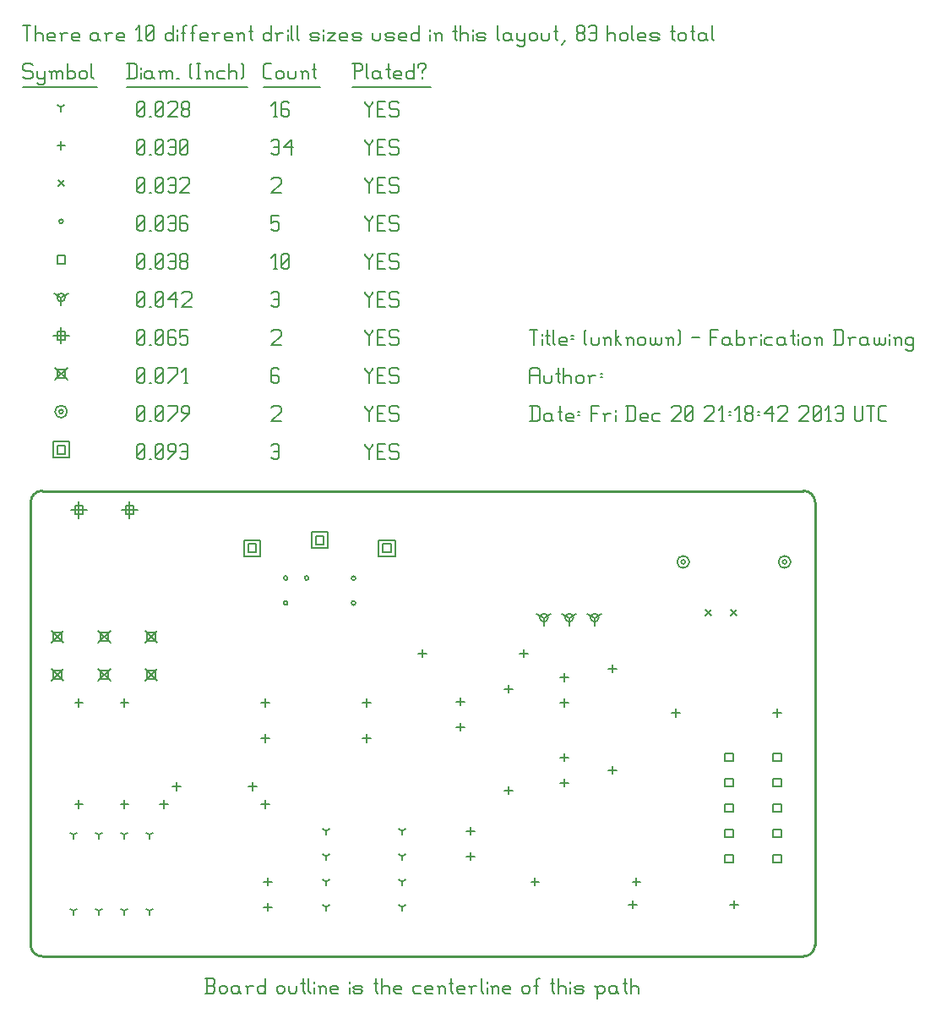
<source format=gbr>
G04 start of page 9 for group -3984 idx -3984 *
G04 Title: (unknown), fab *
G04 Creator: pcb 20110918 *
G04 CreationDate: Fri Dec 20 21:18:42 2013 UTC *
G04 For: fosse *
G04 Format: Gerber/RS-274X *
G04 PCB-Dimensions: 316500 193500 *
G04 PCB-Coordinate-Origin: lower left *
%MOIN*%
%FSLAX25Y25*%
%LNFAB*%
%ADD174C,0.0100*%
%ADD173C,0.0060*%
%ADD172C,0.0080*%
G54D172*X115400Y170683D02*X118600D01*
X115400D02*Y167483D01*
X118600D01*
Y170683D02*Y167483D01*
X113800Y172283D02*X120200D01*
X113800D02*Y165883D01*
X120200D01*
Y172283D02*Y165883D01*
X88825Y167533D02*X92025D01*
X88825D02*Y164333D01*
X92025D01*
Y167533D02*Y164333D01*
X87225Y169133D02*X93625D01*
X87225D02*Y162733D01*
X93625D01*
Y169133D02*Y162733D01*
X141975Y167533D02*X145175D01*
X141975D02*Y164333D01*
X145175D01*
Y167533D02*Y164333D01*
X140375Y169133D02*X146775D01*
X140375D02*Y162733D01*
X146775D01*
Y169133D02*Y162733D01*
X13400Y206350D02*X16600D01*
X13400D02*Y203150D01*
X16600D01*
Y206350D02*Y203150D01*
X11800Y207950D02*X18200D01*
X11800D02*Y201550D01*
X18200D01*
Y207950D02*Y201550D01*
G54D173*X135000Y207000D02*Y206250D01*
X136500Y204750D01*
X138000Y206250D01*
Y207000D02*Y206250D01*
X136500Y204750D02*Y201000D01*
X139800Y204000D02*X142050D01*
X139800Y201000D02*X142800D01*
X139800Y207000D02*Y201000D01*
Y207000D02*X142800D01*
X147600D02*X148350Y206250D01*
X145350Y207000D02*X147600D01*
X144600Y206250D02*X145350Y207000D01*
X144600Y206250D02*Y204750D01*
X145350Y204000D01*
X147600D01*
X148350Y203250D01*
Y201750D01*
X147600Y201000D02*X148350Y201750D01*
X145350Y201000D02*X147600D01*
X144600Y201750D02*X145350Y201000D01*
X98000Y206250D02*X98750Y207000D01*
X100250D01*
X101000Y206250D01*
Y201750D01*
X100250Y201000D02*X101000Y201750D01*
X98750Y201000D02*X100250D01*
X98000Y201750D02*X98750Y201000D01*
Y204000D02*X101000D01*
X45000Y201750D02*X45750Y201000D01*
X45000Y206250D02*Y201750D01*
Y206250D02*X45750Y207000D01*
X47250D01*
X48000Y206250D01*
Y201750D01*
X47250Y201000D02*X48000Y201750D01*
X45750Y201000D02*X47250D01*
X45000Y202500D02*X48000Y205500D01*
X49800Y201000D02*X50550D01*
X52350Y201750D02*X53100Y201000D01*
X52350Y206250D02*Y201750D01*
Y206250D02*X53100Y207000D01*
X54600D01*
X55350Y206250D01*
Y201750D01*
X54600Y201000D02*X55350Y201750D01*
X53100Y201000D02*X54600D01*
X52350Y202500D02*X55350Y205500D01*
X57150Y201000D02*X60150Y204000D01*
Y206250D02*Y204000D01*
X59400Y207000D02*X60150Y206250D01*
X57900Y207000D02*X59400D01*
X57150Y206250D02*X57900Y207000D01*
X57150Y206250D02*Y204750D01*
X57900Y204000D01*
X60150D01*
X61950Y206250D02*X62700Y207000D01*
X64200D01*
X64950Y206250D01*
Y201750D01*
X64200Y201000D02*X64950Y201750D01*
X62700Y201000D02*X64200D01*
X61950Y201750D02*X62700Y201000D01*
Y204000D02*X64950D01*
X259700Y160500D02*G75*G03X261300Y160500I800J0D01*G01*
G75*G03X259700Y160500I-800J0D01*G01*
X258100D02*G75*G03X262900Y160500I2400J0D01*G01*
G75*G03X258100Y160500I-2400J0D01*G01*
X299700D02*G75*G03X301300Y160500I800J0D01*G01*
G75*G03X299700Y160500I-800J0D01*G01*
X298100D02*G75*G03X302900Y160500I2400J0D01*G01*
G75*G03X298100Y160500I-2400J0D01*G01*
X14200Y219750D02*G75*G03X15800Y219750I800J0D01*G01*
G75*G03X14200Y219750I-800J0D01*G01*
X12600D02*G75*G03X17400Y219750I2400J0D01*G01*
G75*G03X12600Y219750I-2400J0D01*G01*
X135000Y222000D02*Y221250D01*
X136500Y219750D01*
X138000Y221250D01*
Y222000D02*Y221250D01*
X136500Y219750D02*Y216000D01*
X139800Y219000D02*X142050D01*
X139800Y216000D02*X142800D01*
X139800Y222000D02*Y216000D01*
Y222000D02*X142800D01*
X147600D02*X148350Y221250D01*
X145350Y222000D02*X147600D01*
X144600Y221250D02*X145350Y222000D01*
X144600Y221250D02*Y219750D01*
X145350Y219000D01*
X147600D01*
X148350Y218250D01*
Y216750D01*
X147600Y216000D02*X148350Y216750D01*
X145350Y216000D02*X147600D01*
X144600Y216750D02*X145350Y216000D01*
X98000Y221250D02*X98750Y222000D01*
X101000D01*
X101750Y221250D01*
Y219750D01*
X98000Y216000D02*X101750Y219750D01*
X98000Y216000D02*X101750D01*
X45000Y216750D02*X45750Y216000D01*
X45000Y221250D02*Y216750D01*
Y221250D02*X45750Y222000D01*
X47250D01*
X48000Y221250D01*
Y216750D01*
X47250Y216000D02*X48000Y216750D01*
X45750Y216000D02*X47250D01*
X45000Y217500D02*X48000Y220500D01*
X49800Y216000D02*X50550D01*
X52350Y216750D02*X53100Y216000D01*
X52350Y221250D02*Y216750D01*
Y221250D02*X53100Y222000D01*
X54600D01*
X55350Y221250D01*
Y216750D01*
X54600Y216000D02*X55350Y216750D01*
X53100Y216000D02*X54600D01*
X52350Y217500D02*X55350Y220500D01*
X57150Y216000D02*X60900Y219750D01*
Y222000D02*Y219750D01*
X57150Y222000D02*X60900D01*
X62700Y216000D02*X65700Y219000D01*
Y221250D02*Y219000D01*
X64950Y222000D02*X65700Y221250D01*
X63450Y222000D02*X64950D01*
X62700Y221250D02*X63450Y222000D01*
X62700Y221250D02*Y219750D01*
X63450Y219000D01*
X65700D01*
X29600Y133400D02*X34400Y128600D01*
X29600D02*X34400Y133400D01*
X30400Y132600D02*X33600D01*
X30400D02*Y129400D01*
X33600D01*
Y132600D02*Y129400D01*
X11100Y133400D02*X15900Y128600D01*
X11100D02*X15900Y133400D01*
X11900Y132600D02*X15100D01*
X11900D02*Y129400D01*
X15100D01*
Y132600D02*Y129400D01*
X48100Y133400D02*X52900Y128600D01*
X48100D02*X52900Y133400D01*
X48900Y132600D02*X52100D01*
X48900D02*Y129400D01*
X52100D01*
Y132600D02*Y129400D01*
X11100Y118400D02*X15900Y113600D01*
X11100D02*X15900Y118400D01*
X11900Y117600D02*X15100D01*
X11900D02*Y114400D01*
X15100D01*
Y117600D02*Y114400D01*
X29600Y118400D02*X34400Y113600D01*
X29600D02*X34400Y118400D01*
X30400Y117600D02*X33600D01*
X30400D02*Y114400D01*
X33600D01*
Y117600D02*Y114400D01*
X48100Y118400D02*X52900Y113600D01*
X48100D02*X52900Y118400D01*
X48900Y117600D02*X52100D01*
X48900D02*Y114400D01*
X52100D01*
Y117600D02*Y114400D01*
X12600Y237150D02*X17400Y232350D01*
X12600D02*X17400Y237150D01*
X13400Y236350D02*X16600D01*
X13400D02*Y233150D01*
X16600D01*
Y236350D02*Y233150D01*
X135000Y237000D02*Y236250D01*
X136500Y234750D01*
X138000Y236250D01*
Y237000D02*Y236250D01*
X136500Y234750D02*Y231000D01*
X139800Y234000D02*X142050D01*
X139800Y231000D02*X142800D01*
X139800Y237000D02*Y231000D01*
Y237000D02*X142800D01*
X147600D02*X148350Y236250D01*
X145350Y237000D02*X147600D01*
X144600Y236250D02*X145350Y237000D01*
X144600Y236250D02*Y234750D01*
X145350Y234000D01*
X147600D01*
X148350Y233250D01*
Y231750D01*
X147600Y231000D02*X148350Y231750D01*
X145350Y231000D02*X147600D01*
X144600Y231750D02*X145350Y231000D01*
X100250Y237000D02*X101000Y236250D01*
X98750Y237000D02*X100250D01*
X98000Y236250D02*X98750Y237000D01*
X98000Y236250D02*Y231750D01*
X98750Y231000D01*
X100250Y234000D02*X101000Y233250D01*
X98000Y234000D02*X100250D01*
X98750Y231000D02*X100250D01*
X101000Y231750D01*
Y233250D02*Y231750D01*
X45000D02*X45750Y231000D01*
X45000Y236250D02*Y231750D01*
Y236250D02*X45750Y237000D01*
X47250D01*
X48000Y236250D01*
Y231750D01*
X47250Y231000D02*X48000Y231750D01*
X45750Y231000D02*X47250D01*
X45000Y232500D02*X48000Y235500D01*
X49800Y231000D02*X50550D01*
X52350Y231750D02*X53100Y231000D01*
X52350Y236250D02*Y231750D01*
Y236250D02*X53100Y237000D01*
X54600D01*
X55350Y236250D01*
Y231750D01*
X54600Y231000D02*X55350Y231750D01*
X53100Y231000D02*X54600D01*
X52350Y232500D02*X55350Y235500D01*
X57150Y231000D02*X60900Y234750D01*
Y237000D02*Y234750D01*
X57150Y237000D02*X60900D01*
X63450Y231000D02*X64950D01*
X64200Y237000D02*Y231000D01*
X62700Y235500D02*X64200Y237000D01*
X22000Y184200D02*Y177800D01*
X18800Y181000D02*X25200D01*
X20400Y182600D02*X23600D01*
X20400D02*Y179400D01*
X23600D01*
Y182600D02*Y179400D01*
X42000Y184200D02*Y177800D01*
X38800Y181000D02*X45200D01*
X40400Y182600D02*X43600D01*
X40400D02*Y179400D01*
X43600D01*
Y182600D02*Y179400D01*
X15000Y252950D02*Y246550D01*
X11800Y249750D02*X18200D01*
X13400Y251350D02*X16600D01*
X13400D02*Y248150D01*
X16600D01*
Y251350D02*Y248150D01*
X135000Y252000D02*Y251250D01*
X136500Y249750D01*
X138000Y251250D01*
Y252000D02*Y251250D01*
X136500Y249750D02*Y246000D01*
X139800Y249000D02*X142050D01*
X139800Y246000D02*X142800D01*
X139800Y252000D02*Y246000D01*
Y252000D02*X142800D01*
X147600D02*X148350Y251250D01*
X145350Y252000D02*X147600D01*
X144600Y251250D02*X145350Y252000D01*
X144600Y251250D02*Y249750D01*
X145350Y249000D01*
X147600D01*
X148350Y248250D01*
Y246750D01*
X147600Y246000D02*X148350Y246750D01*
X145350Y246000D02*X147600D01*
X144600Y246750D02*X145350Y246000D01*
X98000Y251250D02*X98750Y252000D01*
X101000D01*
X101750Y251250D01*
Y249750D01*
X98000Y246000D02*X101750Y249750D01*
X98000Y246000D02*X101750D01*
X45000Y246750D02*X45750Y246000D01*
X45000Y251250D02*Y246750D01*
Y251250D02*X45750Y252000D01*
X47250D01*
X48000Y251250D01*
Y246750D01*
X47250Y246000D02*X48000Y246750D01*
X45750Y246000D02*X47250D01*
X45000Y247500D02*X48000Y250500D01*
X49800Y246000D02*X50550D01*
X52350Y246750D02*X53100Y246000D01*
X52350Y251250D02*Y246750D01*
Y251250D02*X53100Y252000D01*
X54600D01*
X55350Y251250D01*
Y246750D01*
X54600Y246000D02*X55350Y246750D01*
X53100Y246000D02*X54600D01*
X52350Y247500D02*X55350Y250500D01*
X59400Y252000D02*X60150Y251250D01*
X57900Y252000D02*X59400D01*
X57150Y251250D02*X57900Y252000D01*
X57150Y251250D02*Y246750D01*
X57900Y246000D01*
X59400Y249000D02*X60150Y248250D01*
X57150Y249000D02*X59400D01*
X57900Y246000D02*X59400D01*
X60150Y246750D01*
Y248250D02*Y246750D01*
X61950Y252000D02*X64950D01*
X61950D02*Y249000D01*
X62700Y249750D01*
X64200D01*
X64950Y249000D01*
Y246750D01*
X64200Y246000D02*X64950Y246750D01*
X62700Y246000D02*X64200D01*
X61950Y246750D02*X62700Y246000D01*
X205500Y138500D02*Y135300D01*
Y138500D02*X208273Y140100D01*
X205500Y138500D02*X202727Y140100D01*
X203900Y138500D02*G75*G03X207100Y138500I1600J0D01*G01*
G75*G03X203900Y138500I-1600J0D01*G01*
X215500D02*Y135300D01*
Y138500D02*X218273Y140100D01*
X215500Y138500D02*X212727Y140100D01*
X213900Y138500D02*G75*G03X217100Y138500I1600J0D01*G01*
G75*G03X213900Y138500I-1600J0D01*G01*
X225500D02*Y135300D01*
Y138500D02*X228273Y140100D01*
X225500Y138500D02*X222727Y140100D01*
X223900Y138500D02*G75*G03X227100Y138500I1600J0D01*G01*
G75*G03X223900Y138500I-1600J0D01*G01*
X15000Y264750D02*Y261550D01*
Y264750D02*X17773Y266350D01*
X15000Y264750D02*X12227Y266350D01*
X13400Y264750D02*G75*G03X16600Y264750I1600J0D01*G01*
G75*G03X13400Y264750I-1600J0D01*G01*
X135000Y267000D02*Y266250D01*
X136500Y264750D01*
X138000Y266250D01*
Y267000D02*Y266250D01*
X136500Y264750D02*Y261000D01*
X139800Y264000D02*X142050D01*
X139800Y261000D02*X142800D01*
X139800Y267000D02*Y261000D01*
Y267000D02*X142800D01*
X147600D02*X148350Y266250D01*
X145350Y267000D02*X147600D01*
X144600Y266250D02*X145350Y267000D01*
X144600Y266250D02*Y264750D01*
X145350Y264000D01*
X147600D01*
X148350Y263250D01*
Y261750D01*
X147600Y261000D02*X148350Y261750D01*
X145350Y261000D02*X147600D01*
X144600Y261750D02*X145350Y261000D01*
X98000Y266250D02*X98750Y267000D01*
X100250D01*
X101000Y266250D01*
Y261750D01*
X100250Y261000D02*X101000Y261750D01*
X98750Y261000D02*X100250D01*
X98000Y261750D02*X98750Y261000D01*
Y264000D02*X101000D01*
X45000Y261750D02*X45750Y261000D01*
X45000Y266250D02*Y261750D01*
Y266250D02*X45750Y267000D01*
X47250D01*
X48000Y266250D01*
Y261750D01*
X47250Y261000D02*X48000Y261750D01*
X45750Y261000D02*X47250D01*
X45000Y262500D02*X48000Y265500D01*
X49800Y261000D02*X50550D01*
X52350Y261750D02*X53100Y261000D01*
X52350Y266250D02*Y261750D01*
Y266250D02*X53100Y267000D01*
X54600D01*
X55350Y266250D01*
Y261750D01*
X54600Y261000D02*X55350Y261750D01*
X53100Y261000D02*X54600D01*
X52350Y262500D02*X55350Y265500D01*
X57150Y264000D02*X60150Y267000D01*
X57150Y264000D02*X60900D01*
X60150Y267000D02*Y261000D01*
X62700Y266250D02*X63450Y267000D01*
X65700D01*
X66450Y266250D01*
Y264750D01*
X62700Y261000D02*X66450Y264750D01*
X62700Y261000D02*X66450D01*
X295900Y85100D02*X299100D01*
X295900D02*Y81900D01*
X299100D01*
Y85100D02*Y81900D01*
X295900Y75100D02*X299100D01*
X295900D02*Y71900D01*
X299100D01*
Y75100D02*Y71900D01*
X295900Y65100D02*X299100D01*
X295900D02*Y61900D01*
X299100D01*
Y65100D02*Y61900D01*
X295900Y55100D02*X299100D01*
X295900D02*Y51900D01*
X299100D01*
Y55100D02*Y51900D01*
X295900Y45100D02*X299100D01*
X295900D02*Y41900D01*
X299100D01*
Y45100D02*Y41900D01*
X276900Y85100D02*X280100D01*
X276900D02*Y81900D01*
X280100D01*
Y85100D02*Y81900D01*
X276900Y75100D02*X280100D01*
X276900D02*Y71900D01*
X280100D01*
Y75100D02*Y71900D01*
X276900Y65100D02*X280100D01*
X276900D02*Y61900D01*
X280100D01*
Y65100D02*Y61900D01*
X276900Y55100D02*X280100D01*
X276900D02*Y51900D01*
X280100D01*
Y55100D02*Y51900D01*
X276900Y45100D02*X280100D01*
X276900D02*Y41900D01*
X280100D01*
Y45100D02*Y41900D01*
X13400Y281350D02*X16600D01*
X13400D02*Y278150D01*
X16600D01*
Y281350D02*Y278150D01*
X135000Y282000D02*Y281250D01*
X136500Y279750D01*
X138000Y281250D01*
Y282000D02*Y281250D01*
X136500Y279750D02*Y276000D01*
X139800Y279000D02*X142050D01*
X139800Y276000D02*X142800D01*
X139800Y282000D02*Y276000D01*
Y282000D02*X142800D01*
X147600D02*X148350Y281250D01*
X145350Y282000D02*X147600D01*
X144600Y281250D02*X145350Y282000D01*
X144600Y281250D02*Y279750D01*
X145350Y279000D01*
X147600D01*
X148350Y278250D01*
Y276750D01*
X147600Y276000D02*X148350Y276750D01*
X145350Y276000D02*X147600D01*
X144600Y276750D02*X145350Y276000D01*
X98750D02*X100250D01*
X99500Y282000D02*Y276000D01*
X98000Y280500D02*X99500Y282000D01*
X102050Y276750D02*X102800Y276000D01*
X102050Y281250D02*Y276750D01*
Y281250D02*X102800Y282000D01*
X104300D01*
X105050Y281250D01*
Y276750D01*
X104300Y276000D02*X105050Y276750D01*
X102800Y276000D02*X104300D01*
X102050Y277500D02*X105050Y280500D01*
X45000Y276750D02*X45750Y276000D01*
X45000Y281250D02*Y276750D01*
Y281250D02*X45750Y282000D01*
X47250D01*
X48000Y281250D01*
Y276750D01*
X47250Y276000D02*X48000Y276750D01*
X45750Y276000D02*X47250D01*
X45000Y277500D02*X48000Y280500D01*
X49800Y276000D02*X50550D01*
X52350Y276750D02*X53100Y276000D01*
X52350Y281250D02*Y276750D01*
Y281250D02*X53100Y282000D01*
X54600D01*
X55350Y281250D01*
Y276750D01*
X54600Y276000D02*X55350Y276750D01*
X53100Y276000D02*X54600D01*
X52350Y277500D02*X55350Y280500D01*
X57150Y281250D02*X57900Y282000D01*
X59400D01*
X60150Y281250D01*
Y276750D01*
X59400Y276000D02*X60150Y276750D01*
X57900Y276000D02*X59400D01*
X57150Y276750D02*X57900Y276000D01*
Y279000D02*X60150D01*
X61950Y276750D02*X62700Y276000D01*
X61950Y278250D02*Y276750D01*
Y278250D02*X62700Y279000D01*
X64200D01*
X64950Y278250D01*
Y276750D01*
X64200Y276000D02*X64950Y276750D01*
X62700Y276000D02*X64200D01*
X61950Y279750D02*X62700Y279000D01*
X61950Y281250D02*Y279750D01*
Y281250D02*X62700Y282000D01*
X64200D01*
X64950Y281250D01*
Y279750D01*
X64200Y279000D02*X64950Y279750D01*
X102814Y144280D02*G75*G03X104414Y144280I800J0D01*G01*
G75*G03X102814Y144280I-800J0D01*G01*
X111082Y154122D02*G75*G03X112682Y154122I800J0D01*G01*
G75*G03X111082Y154122I-800J0D01*G01*
X102814D02*G75*G03X104414Y154122I800J0D01*G01*
G75*G03X102814Y154122I-800J0D01*G01*
X129586D02*G75*G03X131186Y154122I800J0D01*G01*
G75*G03X129586Y154122I-800J0D01*G01*
Y144280D02*G75*G03X131186Y144280I800J0D01*G01*
G75*G03X129586Y144280I-800J0D01*G01*
X14200Y294750D02*G75*G03X15800Y294750I800J0D01*G01*
G75*G03X14200Y294750I-800J0D01*G01*
X135000Y297000D02*Y296250D01*
X136500Y294750D01*
X138000Y296250D01*
Y297000D02*Y296250D01*
X136500Y294750D02*Y291000D01*
X139800Y294000D02*X142050D01*
X139800Y291000D02*X142800D01*
X139800Y297000D02*Y291000D01*
Y297000D02*X142800D01*
X147600D02*X148350Y296250D01*
X145350Y297000D02*X147600D01*
X144600Y296250D02*X145350Y297000D01*
X144600Y296250D02*Y294750D01*
X145350Y294000D01*
X147600D01*
X148350Y293250D01*
Y291750D01*
X147600Y291000D02*X148350Y291750D01*
X145350Y291000D02*X147600D01*
X144600Y291750D02*X145350Y291000D01*
X98000Y297000D02*X101000D01*
X98000D02*Y294000D01*
X98750Y294750D01*
X100250D01*
X101000Y294000D01*
Y291750D01*
X100250Y291000D02*X101000Y291750D01*
X98750Y291000D02*X100250D01*
X98000Y291750D02*X98750Y291000D01*
X45000Y291750D02*X45750Y291000D01*
X45000Y296250D02*Y291750D01*
Y296250D02*X45750Y297000D01*
X47250D01*
X48000Y296250D01*
Y291750D01*
X47250Y291000D02*X48000Y291750D01*
X45750Y291000D02*X47250D01*
X45000Y292500D02*X48000Y295500D01*
X49800Y291000D02*X50550D01*
X52350Y291750D02*X53100Y291000D01*
X52350Y296250D02*Y291750D01*
Y296250D02*X53100Y297000D01*
X54600D01*
X55350Y296250D01*
Y291750D01*
X54600Y291000D02*X55350Y291750D01*
X53100Y291000D02*X54600D01*
X52350Y292500D02*X55350Y295500D01*
X57150Y296250D02*X57900Y297000D01*
X59400D01*
X60150Y296250D01*
Y291750D01*
X59400Y291000D02*X60150Y291750D01*
X57900Y291000D02*X59400D01*
X57150Y291750D02*X57900Y291000D01*
Y294000D02*X60150D01*
X64200Y297000D02*X64950Y296250D01*
X62700Y297000D02*X64200D01*
X61950Y296250D02*X62700Y297000D01*
X61950Y296250D02*Y291750D01*
X62700Y291000D01*
X64200Y294000D02*X64950Y293250D01*
X61950Y294000D02*X64200D01*
X62700Y291000D02*X64200D01*
X64950Y291750D01*
Y293250D02*Y291750D01*
X269300Y141700D02*X271700Y139300D01*
X269300D02*X271700Y141700D01*
X279300D02*X281700Y139300D01*
X279300D02*X281700Y141700D01*
X13800Y310950D02*X16200Y308550D01*
X13800D02*X16200Y310950D01*
X135000Y312000D02*Y311250D01*
X136500Y309750D01*
X138000Y311250D01*
Y312000D02*Y311250D01*
X136500Y309750D02*Y306000D01*
X139800Y309000D02*X142050D01*
X139800Y306000D02*X142800D01*
X139800Y312000D02*Y306000D01*
Y312000D02*X142800D01*
X147600D02*X148350Y311250D01*
X145350Y312000D02*X147600D01*
X144600Y311250D02*X145350Y312000D01*
X144600Y311250D02*Y309750D01*
X145350Y309000D01*
X147600D01*
X148350Y308250D01*
Y306750D01*
X147600Y306000D02*X148350Y306750D01*
X145350Y306000D02*X147600D01*
X144600Y306750D02*X145350Y306000D01*
X98000Y311250D02*X98750Y312000D01*
X101000D01*
X101750Y311250D01*
Y309750D01*
X98000Y306000D02*X101750Y309750D01*
X98000Y306000D02*X101750D01*
X45000Y306750D02*X45750Y306000D01*
X45000Y311250D02*Y306750D01*
Y311250D02*X45750Y312000D01*
X47250D01*
X48000Y311250D01*
Y306750D01*
X47250Y306000D02*X48000Y306750D01*
X45750Y306000D02*X47250D01*
X45000Y307500D02*X48000Y310500D01*
X49800Y306000D02*X50550D01*
X52350Y306750D02*X53100Y306000D01*
X52350Y311250D02*Y306750D01*
Y311250D02*X53100Y312000D01*
X54600D01*
X55350Y311250D01*
Y306750D01*
X54600Y306000D02*X55350Y306750D01*
X53100Y306000D02*X54600D01*
X52350Y307500D02*X55350Y310500D01*
X57150Y311250D02*X57900Y312000D01*
X59400D01*
X60150Y311250D01*
Y306750D01*
X59400Y306000D02*X60150Y306750D01*
X57900Y306000D02*X59400D01*
X57150Y306750D02*X57900Y306000D01*
Y309000D02*X60150D01*
X61950Y311250D02*X62700Y312000D01*
X64950D01*
X65700Y311250D01*
Y309750D01*
X61950Y306000D02*X65700Y309750D01*
X61950Y306000D02*X65700D01*
X191500Y72100D02*Y68900D01*
X189900Y70500D02*X193100D01*
X191500Y112100D02*Y108900D01*
X189900Y110500D02*X193100D01*
X172500Y97100D02*Y93900D01*
X170900Y95500D02*X174100D01*
X172500Y107100D02*Y103900D01*
X170900Y105500D02*X174100D01*
X96500Y26100D02*Y22900D01*
X94900Y24500D02*X98100D01*
X96500Y36100D02*Y32900D01*
X94900Y34500D02*X98100D01*
X40000Y106600D02*Y103400D01*
X38400Y105000D02*X41600D01*
X40000Y66600D02*Y63400D01*
X38400Y65000D02*X41600D01*
X176500Y46100D02*Y42900D01*
X174900Y44500D02*X178100D01*
X176500Y56100D02*Y52900D01*
X174900Y54500D02*X178100D01*
X157500Y126100D02*Y122900D01*
X155900Y124500D02*X159100D01*
X197500Y126100D02*Y122900D01*
X195900Y124500D02*X199100D01*
X60500Y73600D02*Y70400D01*
X58900Y72000D02*X62100D01*
X90500Y73600D02*Y70400D01*
X88900Y72000D02*X92100D01*
X213500Y106600D02*Y103400D01*
X211900Y105000D02*X215100D01*
X213500Y116600D02*Y113400D01*
X211900Y115000D02*X215100D01*
X232500Y80100D02*Y76900D01*
X230900Y78500D02*X234100D01*
X232500Y120100D02*Y116900D01*
X230900Y118500D02*X234100D01*
X213500Y75100D02*Y71900D01*
X211900Y73500D02*X215100D01*
X213500Y85100D02*Y81900D01*
X211900Y83500D02*X215100D01*
X22000Y106600D02*Y103400D01*
X20400Y105000D02*X23600D01*
X22000Y66600D02*Y63400D01*
X20400Y65000D02*X23600D01*
X202000Y36100D02*Y32900D01*
X200400Y34500D02*X203600D01*
X242000Y36100D02*Y32900D01*
X240400Y34500D02*X243600D01*
X135500Y106600D02*Y103400D01*
X133900Y105000D02*X137100D01*
X95500Y106600D02*Y103400D01*
X93900Y105000D02*X97100D01*
X135500Y92600D02*Y89400D01*
X133900Y91000D02*X137100D01*
X95500Y92600D02*Y89400D01*
X93900Y91000D02*X97100D01*
X55500Y66600D02*Y63400D01*
X53900Y65000D02*X57100D01*
X95500Y66600D02*Y63400D01*
X93900Y65000D02*X97100D01*
X257500Y102600D02*Y99400D01*
X255900Y101000D02*X259100D01*
X297500Y102600D02*Y99400D01*
X295900Y101000D02*X299100D01*
X240500Y27100D02*Y23900D01*
X238900Y25500D02*X242100D01*
X280500Y27100D02*Y23900D01*
X278900Y25500D02*X282100D01*
X15000Y326350D02*Y323150D01*
X13400Y324750D02*X16600D01*
X135000Y327000D02*Y326250D01*
X136500Y324750D01*
X138000Y326250D01*
Y327000D02*Y326250D01*
X136500Y324750D02*Y321000D01*
X139800Y324000D02*X142050D01*
X139800Y321000D02*X142800D01*
X139800Y327000D02*Y321000D01*
Y327000D02*X142800D01*
X147600D02*X148350Y326250D01*
X145350Y327000D02*X147600D01*
X144600Y326250D02*X145350Y327000D01*
X144600Y326250D02*Y324750D01*
X145350Y324000D01*
X147600D01*
X148350Y323250D01*
Y321750D01*
X147600Y321000D02*X148350Y321750D01*
X145350Y321000D02*X147600D01*
X144600Y321750D02*X145350Y321000D01*
X98000Y326250D02*X98750Y327000D01*
X100250D01*
X101000Y326250D01*
Y321750D01*
X100250Y321000D02*X101000Y321750D01*
X98750Y321000D02*X100250D01*
X98000Y321750D02*X98750Y321000D01*
Y324000D02*X101000D01*
X102800D02*X105800Y327000D01*
X102800Y324000D02*X106550D01*
X105800Y327000D02*Y321000D01*
X45000Y321750D02*X45750Y321000D01*
X45000Y326250D02*Y321750D01*
Y326250D02*X45750Y327000D01*
X47250D01*
X48000Y326250D01*
Y321750D01*
X47250Y321000D02*X48000Y321750D01*
X45750Y321000D02*X47250D01*
X45000Y322500D02*X48000Y325500D01*
X49800Y321000D02*X50550D01*
X52350Y321750D02*X53100Y321000D01*
X52350Y326250D02*Y321750D01*
Y326250D02*X53100Y327000D01*
X54600D01*
X55350Y326250D01*
Y321750D01*
X54600Y321000D02*X55350Y321750D01*
X53100Y321000D02*X54600D01*
X52350Y322500D02*X55350Y325500D01*
X57150Y326250D02*X57900Y327000D01*
X59400D01*
X60150Y326250D01*
Y321750D01*
X59400Y321000D02*X60150Y321750D01*
X57900Y321000D02*X59400D01*
X57150Y321750D02*X57900Y321000D01*
Y324000D02*X60150D01*
X61950Y321750D02*X62700Y321000D01*
X61950Y326250D02*Y321750D01*
Y326250D02*X62700Y327000D01*
X64200D01*
X64950Y326250D01*
Y321750D01*
X64200Y321000D02*X64950Y321750D01*
X62700Y321000D02*X64200D01*
X61950Y322500D02*X64950Y325500D01*
X50000Y53000D02*Y51400D01*
Y53000D02*X51387Y53800D01*
X50000Y53000D02*X48613Y53800D01*
X40000Y53000D02*Y51400D01*
Y53000D02*X41387Y53800D01*
X40000Y53000D02*X38613Y53800D01*
X30000Y53000D02*Y51400D01*
Y53000D02*X31387Y53800D01*
X30000Y53000D02*X28613Y53800D01*
X20000Y53000D02*Y51400D01*
Y53000D02*X21387Y53800D01*
X20000Y53000D02*X18613Y53800D01*
X20000Y23000D02*Y21400D01*
Y23000D02*X21387Y23800D01*
X20000Y23000D02*X18613Y23800D01*
X30000Y23000D02*Y21400D01*
Y23000D02*X31387Y23800D01*
X30000Y23000D02*X28613Y23800D01*
X40000Y23000D02*Y21400D01*
Y23000D02*X41387Y23800D01*
X40000Y23000D02*X38613Y23800D01*
X50000Y23000D02*Y21400D01*
Y23000D02*X51387Y23800D01*
X50000Y23000D02*X48613Y23800D01*
X119500Y54500D02*Y52900D01*
Y54500D02*X120887Y55300D01*
X119500Y54500D02*X118113Y55300D01*
X119500Y44500D02*Y42900D01*
Y44500D02*X120887Y45300D01*
X119500Y44500D02*X118113Y45300D01*
X119500Y34500D02*Y32900D01*
Y34500D02*X120887Y35300D01*
X119500Y34500D02*X118113Y35300D01*
X119500Y24500D02*Y22900D01*
Y24500D02*X120887Y25300D01*
X119500Y24500D02*X118113Y25300D01*
X149500Y24500D02*Y22900D01*
Y24500D02*X150887Y25300D01*
X149500Y24500D02*X148113Y25300D01*
X149500Y34500D02*Y32900D01*
Y34500D02*X150887Y35300D01*
X149500Y34500D02*X148113Y35300D01*
X149500Y44500D02*Y42900D01*
Y44500D02*X150887Y45300D01*
X149500Y44500D02*X148113Y45300D01*
X149500Y54500D02*Y52900D01*
Y54500D02*X150887Y55300D01*
X149500Y54500D02*X148113Y55300D01*
X15000Y339750D02*Y338150D01*
Y339750D02*X16387Y340550D01*
X15000Y339750D02*X13613Y340550D01*
X135000Y342000D02*Y341250D01*
X136500Y339750D01*
X138000Y341250D01*
Y342000D02*Y341250D01*
X136500Y339750D02*Y336000D01*
X139800Y339000D02*X142050D01*
X139800Y336000D02*X142800D01*
X139800Y342000D02*Y336000D01*
Y342000D02*X142800D01*
X147600D02*X148350Y341250D01*
X145350Y342000D02*X147600D01*
X144600Y341250D02*X145350Y342000D01*
X144600Y341250D02*Y339750D01*
X145350Y339000D01*
X147600D01*
X148350Y338250D01*
Y336750D01*
X147600Y336000D02*X148350Y336750D01*
X145350Y336000D02*X147600D01*
X144600Y336750D02*X145350Y336000D01*
X98750D02*X100250D01*
X99500Y342000D02*Y336000D01*
X98000Y340500D02*X99500Y342000D01*
X104300D02*X105050Y341250D01*
X102800Y342000D02*X104300D01*
X102050Y341250D02*X102800Y342000D01*
X102050Y341250D02*Y336750D01*
X102800Y336000D01*
X104300Y339000D02*X105050Y338250D01*
X102050Y339000D02*X104300D01*
X102800Y336000D02*X104300D01*
X105050Y336750D01*
Y338250D02*Y336750D01*
X45000D02*X45750Y336000D01*
X45000Y341250D02*Y336750D01*
Y341250D02*X45750Y342000D01*
X47250D01*
X48000Y341250D01*
Y336750D01*
X47250Y336000D02*X48000Y336750D01*
X45750Y336000D02*X47250D01*
X45000Y337500D02*X48000Y340500D01*
X49800Y336000D02*X50550D01*
X52350Y336750D02*X53100Y336000D01*
X52350Y341250D02*Y336750D01*
Y341250D02*X53100Y342000D01*
X54600D01*
X55350Y341250D01*
Y336750D01*
X54600Y336000D02*X55350Y336750D01*
X53100Y336000D02*X54600D01*
X52350Y337500D02*X55350Y340500D01*
X57150Y341250D02*X57900Y342000D01*
X60150D01*
X60900Y341250D01*
Y339750D01*
X57150Y336000D02*X60900Y339750D01*
X57150Y336000D02*X60900D01*
X62700Y336750D02*X63450Y336000D01*
X62700Y338250D02*Y336750D01*
Y338250D02*X63450Y339000D01*
X64950D01*
X65700Y338250D01*
Y336750D01*
X64950Y336000D02*X65700Y336750D01*
X63450Y336000D02*X64950D01*
X62700Y339750D02*X63450Y339000D01*
X62700Y341250D02*Y339750D01*
Y341250D02*X63450Y342000D01*
X64950D01*
X65700Y341250D01*
Y339750D01*
X64950Y339000D02*X65700Y339750D01*
X3000Y357000D02*X3750Y356250D01*
X750Y357000D02*X3000D01*
X0Y356250D02*X750Y357000D01*
X0Y356250D02*Y354750D01*
X750Y354000D01*
X3000D01*
X3750Y353250D01*
Y351750D01*
X3000Y351000D02*X3750Y351750D01*
X750Y351000D02*X3000D01*
X0Y351750D02*X750Y351000D01*
X5550Y354000D02*Y351750D01*
X6300Y351000D01*
X8550Y354000D02*Y349500D01*
X7800Y348750D02*X8550Y349500D01*
X6300Y348750D02*X7800D01*
X5550Y349500D02*X6300Y348750D01*
Y351000D02*X7800D01*
X8550Y351750D01*
X11100Y353250D02*Y351000D01*
Y353250D02*X11850Y354000D01*
X12600D01*
X13350Y353250D01*
Y351000D01*
Y353250D02*X14100Y354000D01*
X14850D01*
X15600Y353250D01*
Y351000D01*
X10350Y354000D02*X11100Y353250D01*
X17400Y357000D02*Y351000D01*
Y351750D02*X18150Y351000D01*
X19650D01*
X20400Y351750D01*
Y353250D02*Y351750D01*
X19650Y354000D02*X20400Y353250D01*
X18150Y354000D02*X19650D01*
X17400Y353250D02*X18150Y354000D01*
X22200Y353250D02*Y351750D01*
Y353250D02*X22950Y354000D01*
X24450D01*
X25200Y353250D01*
Y351750D01*
X24450Y351000D02*X25200Y351750D01*
X22950Y351000D02*X24450D01*
X22200Y351750D02*X22950Y351000D01*
X27000Y357000D02*Y351750D01*
X27750Y351000D01*
X0Y347750D02*X29250D01*
X41750Y357000D02*Y351000D01*
X44000Y357000D02*X44750Y356250D01*
Y351750D01*
X44000Y351000D02*X44750Y351750D01*
X41000Y351000D02*X44000D01*
X41000Y357000D02*X44000D01*
X46550Y355500D02*Y354750D01*
Y353250D02*Y351000D01*
X50300Y354000D02*X51050Y353250D01*
X48800Y354000D02*X50300D01*
X48050Y353250D02*X48800Y354000D01*
X48050Y353250D02*Y351750D01*
X48800Y351000D01*
X51050Y354000D02*Y351750D01*
X51800Y351000D01*
X48800D02*X50300D01*
X51050Y351750D01*
X54350Y353250D02*Y351000D01*
Y353250D02*X55100Y354000D01*
X55850D01*
X56600Y353250D01*
Y351000D01*
Y353250D02*X57350Y354000D01*
X58100D01*
X58850Y353250D01*
Y351000D01*
X53600Y354000D02*X54350Y353250D01*
X60650Y351000D02*X61400D01*
X65900Y351750D02*X66650Y351000D01*
X65900Y356250D02*X66650Y357000D01*
X65900Y356250D02*Y351750D01*
X68450Y357000D02*X69950D01*
X69200D02*Y351000D01*
X68450D02*X69950D01*
X72500Y353250D02*Y351000D01*
Y353250D02*X73250Y354000D01*
X74000D01*
X74750Y353250D01*
Y351000D01*
X71750Y354000D02*X72500Y353250D01*
X77300Y354000D02*X79550D01*
X76550Y353250D02*X77300Y354000D01*
X76550Y353250D02*Y351750D01*
X77300Y351000D01*
X79550D01*
X81350Y357000D02*Y351000D01*
Y353250D02*X82100Y354000D01*
X83600D01*
X84350Y353250D01*
Y351000D01*
X86150Y357000D02*X86900Y356250D01*
Y351750D01*
X86150Y351000D02*X86900Y351750D01*
X41000Y347750D02*X88700D01*
X95750Y351000D02*X98000D01*
X95000Y351750D02*X95750Y351000D01*
X95000Y356250D02*Y351750D01*
Y356250D02*X95750Y357000D01*
X98000D01*
X99800Y353250D02*Y351750D01*
Y353250D02*X100550Y354000D01*
X102050D01*
X102800Y353250D01*
Y351750D01*
X102050Y351000D02*X102800Y351750D01*
X100550Y351000D02*X102050D01*
X99800Y351750D02*X100550Y351000D01*
X104600Y354000D02*Y351750D01*
X105350Y351000D01*
X106850D01*
X107600Y351750D01*
Y354000D02*Y351750D01*
X110150Y353250D02*Y351000D01*
Y353250D02*X110900Y354000D01*
X111650D01*
X112400Y353250D01*
Y351000D01*
X109400Y354000D02*X110150Y353250D01*
X114950Y357000D02*Y351750D01*
X115700Y351000D01*
X114200Y354750D02*X115700D01*
X95000Y347750D02*X117200D01*
X130750Y357000D02*Y351000D01*
X130000Y357000D02*X133000D01*
X133750Y356250D01*
Y354750D01*
X133000Y354000D02*X133750Y354750D01*
X130750Y354000D02*X133000D01*
X135550Y357000D02*Y351750D01*
X136300Y351000D01*
X140050Y354000D02*X140800Y353250D01*
X138550Y354000D02*X140050D01*
X137800Y353250D02*X138550Y354000D01*
X137800Y353250D02*Y351750D01*
X138550Y351000D01*
X140800Y354000D02*Y351750D01*
X141550Y351000D01*
X138550D02*X140050D01*
X140800Y351750D01*
X144100Y357000D02*Y351750D01*
X144850Y351000D01*
X143350Y354750D02*X144850D01*
X147100Y351000D02*X149350D01*
X146350Y351750D02*X147100Y351000D01*
X146350Y353250D02*Y351750D01*
Y353250D02*X147100Y354000D01*
X148600D01*
X149350Y353250D01*
X146350Y352500D02*X149350D01*
Y353250D02*Y352500D01*
X154150Y357000D02*Y351000D01*
X153400D02*X154150Y351750D01*
X151900Y351000D02*X153400D01*
X151150Y351750D02*X151900Y351000D01*
X151150Y353250D02*Y351750D01*
Y353250D02*X151900Y354000D01*
X153400D01*
X154150Y353250D01*
X157450Y354000D02*Y353250D01*
Y351750D02*Y351000D01*
X155950Y356250D02*Y355500D01*
Y356250D02*X156700Y357000D01*
X158200D01*
X158950Y356250D01*
Y355500D01*
X157450Y354000D02*X158950Y355500D01*
X130000Y347750D02*X160750D01*
X0Y372000D02*X3000D01*
X1500D02*Y366000D01*
X4800Y372000D02*Y366000D01*
Y368250D02*X5550Y369000D01*
X7050D01*
X7800Y368250D01*
Y366000D01*
X10350D02*X12600D01*
X9600Y366750D02*X10350Y366000D01*
X9600Y368250D02*Y366750D01*
Y368250D02*X10350Y369000D01*
X11850D01*
X12600Y368250D01*
X9600Y367500D02*X12600D01*
Y368250D02*Y367500D01*
X15150Y368250D02*Y366000D01*
Y368250D02*X15900Y369000D01*
X17400D01*
X14400D02*X15150Y368250D01*
X19950Y366000D02*X22200D01*
X19200Y366750D02*X19950Y366000D01*
X19200Y368250D02*Y366750D01*
Y368250D02*X19950Y369000D01*
X21450D01*
X22200Y368250D01*
X19200Y367500D02*X22200D01*
Y368250D02*Y367500D01*
X28950Y369000D02*X29700Y368250D01*
X27450Y369000D02*X28950D01*
X26700Y368250D02*X27450Y369000D01*
X26700Y368250D02*Y366750D01*
X27450Y366000D01*
X29700Y369000D02*Y366750D01*
X30450Y366000D01*
X27450D02*X28950D01*
X29700Y366750D01*
X33000Y368250D02*Y366000D01*
Y368250D02*X33750Y369000D01*
X35250D01*
X32250D02*X33000Y368250D01*
X37800Y366000D02*X40050D01*
X37050Y366750D02*X37800Y366000D01*
X37050Y368250D02*Y366750D01*
Y368250D02*X37800Y369000D01*
X39300D01*
X40050Y368250D01*
X37050Y367500D02*X40050D01*
Y368250D02*Y367500D01*
X45300Y366000D02*X46800D01*
X46050Y372000D02*Y366000D01*
X44550Y370500D02*X46050Y372000D01*
X48600Y366750D02*X49350Y366000D01*
X48600Y371250D02*Y366750D01*
Y371250D02*X49350Y372000D01*
X50850D01*
X51600Y371250D01*
Y366750D01*
X50850Y366000D02*X51600Y366750D01*
X49350Y366000D02*X50850D01*
X48600Y367500D02*X51600Y370500D01*
X59100Y372000D02*Y366000D01*
X58350D02*X59100Y366750D01*
X56850Y366000D02*X58350D01*
X56100Y366750D02*X56850Y366000D01*
X56100Y368250D02*Y366750D01*
Y368250D02*X56850Y369000D01*
X58350D01*
X59100Y368250D01*
X60900Y370500D02*Y369750D01*
Y368250D02*Y366000D01*
X63150Y371250D02*Y366000D01*
Y371250D02*X63900Y372000D01*
X64650D01*
X62400Y369000D02*X63900D01*
X66900Y371250D02*Y366000D01*
Y371250D02*X67650Y372000D01*
X68400D01*
X66150Y369000D02*X67650D01*
X70650Y366000D02*X72900D01*
X69900Y366750D02*X70650Y366000D01*
X69900Y368250D02*Y366750D01*
Y368250D02*X70650Y369000D01*
X72150D01*
X72900Y368250D01*
X69900Y367500D02*X72900D01*
Y368250D02*Y367500D01*
X75450Y368250D02*Y366000D01*
Y368250D02*X76200Y369000D01*
X77700D01*
X74700D02*X75450Y368250D01*
X80250Y366000D02*X82500D01*
X79500Y366750D02*X80250Y366000D01*
X79500Y368250D02*Y366750D01*
Y368250D02*X80250Y369000D01*
X81750D01*
X82500Y368250D01*
X79500Y367500D02*X82500D01*
Y368250D02*Y367500D01*
X85050Y368250D02*Y366000D01*
Y368250D02*X85800Y369000D01*
X86550D01*
X87300Y368250D01*
Y366000D01*
X84300Y369000D02*X85050Y368250D01*
X89850Y372000D02*Y366750D01*
X90600Y366000D01*
X89100Y369750D02*X90600D01*
X97800Y372000D02*Y366000D01*
X97050D02*X97800Y366750D01*
X95550Y366000D02*X97050D01*
X94800Y366750D02*X95550Y366000D01*
X94800Y368250D02*Y366750D01*
Y368250D02*X95550Y369000D01*
X97050D01*
X97800Y368250D01*
X100350D02*Y366000D01*
Y368250D02*X101100Y369000D01*
X102600D01*
X99600D02*X100350Y368250D01*
X104400Y370500D02*Y369750D01*
Y368250D02*Y366000D01*
X105900Y372000D02*Y366750D01*
X106650Y366000D01*
X108150Y372000D02*Y366750D01*
X108900Y366000D01*
X113850D02*X116100D01*
X116850Y366750D01*
X116100Y367500D02*X116850Y366750D01*
X113850Y367500D02*X116100D01*
X113100Y368250D02*X113850Y367500D01*
X113100Y368250D02*X113850Y369000D01*
X116100D01*
X116850Y368250D01*
X113100Y366750D02*X113850Y366000D01*
X118650Y370500D02*Y369750D01*
Y368250D02*Y366000D01*
X120150Y369000D02*X123150D01*
X120150Y366000D02*X123150Y369000D01*
X120150Y366000D02*X123150D01*
X125700D02*X127950D01*
X124950Y366750D02*X125700Y366000D01*
X124950Y368250D02*Y366750D01*
Y368250D02*X125700Y369000D01*
X127200D01*
X127950Y368250D01*
X124950Y367500D02*X127950D01*
Y368250D02*Y367500D01*
X130500Y366000D02*X132750D01*
X133500Y366750D01*
X132750Y367500D02*X133500Y366750D01*
X130500Y367500D02*X132750D01*
X129750Y368250D02*X130500Y367500D01*
X129750Y368250D02*X130500Y369000D01*
X132750D01*
X133500Y368250D01*
X129750Y366750D02*X130500Y366000D01*
X138000Y369000D02*Y366750D01*
X138750Y366000D01*
X140250D01*
X141000Y366750D01*
Y369000D02*Y366750D01*
X143550Y366000D02*X145800D01*
X146550Y366750D01*
X145800Y367500D02*X146550Y366750D01*
X143550Y367500D02*X145800D01*
X142800Y368250D02*X143550Y367500D01*
X142800Y368250D02*X143550Y369000D01*
X145800D01*
X146550Y368250D01*
X142800Y366750D02*X143550Y366000D01*
X149100D02*X151350D01*
X148350Y366750D02*X149100Y366000D01*
X148350Y368250D02*Y366750D01*
Y368250D02*X149100Y369000D01*
X150600D01*
X151350Y368250D01*
X148350Y367500D02*X151350D01*
Y368250D02*Y367500D01*
X156150Y372000D02*Y366000D01*
X155400D02*X156150Y366750D01*
X153900Y366000D02*X155400D01*
X153150Y366750D02*X153900Y366000D01*
X153150Y368250D02*Y366750D01*
Y368250D02*X153900Y369000D01*
X155400D01*
X156150Y368250D01*
X160650Y370500D02*Y369750D01*
Y368250D02*Y366000D01*
X162900Y368250D02*Y366000D01*
Y368250D02*X163650Y369000D01*
X164400D01*
X165150Y368250D01*
Y366000D01*
X162150Y369000D02*X162900Y368250D01*
X170400Y372000D02*Y366750D01*
X171150Y366000D01*
X169650Y369750D02*X171150D01*
X172650Y372000D02*Y366000D01*
Y368250D02*X173400Y369000D01*
X174900D01*
X175650Y368250D01*
Y366000D01*
X177450Y370500D02*Y369750D01*
Y368250D02*Y366000D01*
X179700D02*X181950D01*
X182700Y366750D01*
X181950Y367500D02*X182700Y366750D01*
X179700Y367500D02*X181950D01*
X178950Y368250D02*X179700Y367500D01*
X178950Y368250D02*X179700Y369000D01*
X181950D01*
X182700Y368250D01*
X178950Y366750D02*X179700Y366000D01*
X187200Y372000D02*Y366750D01*
X187950Y366000D01*
X191700Y369000D02*X192450Y368250D01*
X190200Y369000D02*X191700D01*
X189450Y368250D02*X190200Y369000D01*
X189450Y368250D02*Y366750D01*
X190200Y366000D01*
X192450Y369000D02*Y366750D01*
X193200Y366000D01*
X190200D02*X191700D01*
X192450Y366750D01*
X195000Y369000D02*Y366750D01*
X195750Y366000D01*
X198000Y369000D02*Y364500D01*
X197250Y363750D02*X198000Y364500D01*
X195750Y363750D02*X197250D01*
X195000Y364500D02*X195750Y363750D01*
Y366000D02*X197250D01*
X198000Y366750D01*
X199800Y368250D02*Y366750D01*
Y368250D02*X200550Y369000D01*
X202050D01*
X202800Y368250D01*
Y366750D01*
X202050Y366000D02*X202800Y366750D01*
X200550Y366000D02*X202050D01*
X199800Y366750D02*X200550Y366000D01*
X204600Y369000D02*Y366750D01*
X205350Y366000D01*
X206850D01*
X207600Y366750D01*
Y369000D02*Y366750D01*
X210150Y372000D02*Y366750D01*
X210900Y366000D01*
X209400Y369750D02*X210900D01*
X212400Y364500D02*X213900Y366000D01*
X218400Y366750D02*X219150Y366000D01*
X218400Y368250D02*Y366750D01*
Y368250D02*X219150Y369000D01*
X220650D01*
X221400Y368250D01*
Y366750D01*
X220650Y366000D02*X221400Y366750D01*
X219150Y366000D02*X220650D01*
X218400Y369750D02*X219150Y369000D01*
X218400Y371250D02*Y369750D01*
Y371250D02*X219150Y372000D01*
X220650D01*
X221400Y371250D01*
Y369750D01*
X220650Y369000D02*X221400Y369750D01*
X223200Y371250D02*X223950Y372000D01*
X225450D01*
X226200Y371250D01*
Y366750D01*
X225450Y366000D02*X226200Y366750D01*
X223950Y366000D02*X225450D01*
X223200Y366750D02*X223950Y366000D01*
Y369000D02*X226200D01*
X230700Y372000D02*Y366000D01*
Y368250D02*X231450Y369000D01*
X232950D01*
X233700Y368250D01*
Y366000D01*
X235500Y368250D02*Y366750D01*
Y368250D02*X236250Y369000D01*
X237750D01*
X238500Y368250D01*
Y366750D01*
X237750Y366000D02*X238500Y366750D01*
X236250Y366000D02*X237750D01*
X235500Y366750D02*X236250Y366000D01*
X240300Y372000D02*Y366750D01*
X241050Y366000D01*
X243300D02*X245550D01*
X242550Y366750D02*X243300Y366000D01*
X242550Y368250D02*Y366750D01*
Y368250D02*X243300Y369000D01*
X244800D01*
X245550Y368250D01*
X242550Y367500D02*X245550D01*
Y368250D02*Y367500D01*
X248100Y366000D02*X250350D01*
X251100Y366750D01*
X250350Y367500D02*X251100Y366750D01*
X248100Y367500D02*X250350D01*
X247350Y368250D02*X248100Y367500D01*
X247350Y368250D02*X248100Y369000D01*
X250350D01*
X251100Y368250D01*
X247350Y366750D02*X248100Y366000D01*
X256350Y372000D02*Y366750D01*
X257100Y366000D01*
X255600Y369750D02*X257100D01*
X258600Y368250D02*Y366750D01*
Y368250D02*X259350Y369000D01*
X260850D01*
X261600Y368250D01*
Y366750D01*
X260850Y366000D02*X261600Y366750D01*
X259350Y366000D02*X260850D01*
X258600Y366750D02*X259350Y366000D01*
X264150Y372000D02*Y366750D01*
X264900Y366000D01*
X263400Y369750D02*X264900D01*
X268650Y369000D02*X269400Y368250D01*
X267150Y369000D02*X268650D01*
X266400Y368250D02*X267150Y369000D01*
X266400Y368250D02*Y366750D01*
X267150Y366000D01*
X269400Y369000D02*Y366750D01*
X270150Y366000D01*
X267150D02*X268650D01*
X269400Y366750D01*
X271950Y372000D02*Y366750D01*
X272700Y366000D01*
G54D174*X7500Y188500D02*X308000D01*
X312500Y184000D02*Y9500D01*
X308000Y5000D02*X7500D01*
X3000Y9500D02*Y184000D01*
Y9500D02*G75*G03X7500Y5000I4500J0D01*G01*
X308000D02*G75*G03X312500Y9500I0J4500D01*G01*
X7500Y188500D02*G75*G03X3000Y184000I0J-4500D01*G01*
X312500Y184000D02*G75*G03X308000Y188500I-4500J0D01*G01*
G54D173*X71925Y-9500D02*X74925D01*
X75675Y-8750D01*
Y-7250D02*Y-8750D01*
X74925Y-6500D02*X75675Y-7250D01*
X72675Y-6500D02*X74925D01*
X72675Y-3500D02*Y-9500D01*
X71925Y-3500D02*X74925D01*
X75675Y-4250D01*
Y-5750D01*
X74925Y-6500D02*X75675Y-5750D01*
X77475Y-7250D02*Y-8750D01*
Y-7250D02*X78225Y-6500D01*
X79725D01*
X80475Y-7250D01*
Y-8750D01*
X79725Y-9500D02*X80475Y-8750D01*
X78225Y-9500D02*X79725D01*
X77475Y-8750D02*X78225Y-9500D01*
X84525Y-6500D02*X85275Y-7250D01*
X83025Y-6500D02*X84525D01*
X82275Y-7250D02*X83025Y-6500D01*
X82275Y-7250D02*Y-8750D01*
X83025Y-9500D01*
X85275Y-6500D02*Y-8750D01*
X86025Y-9500D01*
X83025D02*X84525D01*
X85275Y-8750D01*
X88575Y-7250D02*Y-9500D01*
Y-7250D02*X89325Y-6500D01*
X90825D01*
X87825D02*X88575Y-7250D01*
X95625Y-3500D02*Y-9500D01*
X94875D02*X95625Y-8750D01*
X93375Y-9500D02*X94875D01*
X92625Y-8750D02*X93375Y-9500D01*
X92625Y-7250D02*Y-8750D01*
Y-7250D02*X93375Y-6500D01*
X94875D01*
X95625Y-7250D01*
X100125D02*Y-8750D01*
Y-7250D02*X100875Y-6500D01*
X102375D01*
X103125Y-7250D01*
Y-8750D01*
X102375Y-9500D02*X103125Y-8750D01*
X100875Y-9500D02*X102375D01*
X100125Y-8750D02*X100875Y-9500D01*
X104925Y-6500D02*Y-8750D01*
X105675Y-9500D01*
X107175D01*
X107925Y-8750D01*
Y-6500D02*Y-8750D01*
X110475Y-3500D02*Y-8750D01*
X111225Y-9500D01*
X109725Y-5750D02*X111225D01*
X112725Y-3500D02*Y-8750D01*
X113475Y-9500D01*
X114975Y-5000D02*Y-5750D01*
Y-7250D02*Y-9500D01*
X117225Y-7250D02*Y-9500D01*
Y-7250D02*X117975Y-6500D01*
X118725D01*
X119475Y-7250D01*
Y-9500D01*
X116475Y-6500D02*X117225Y-7250D01*
X122025Y-9500D02*X124275D01*
X121275Y-8750D02*X122025Y-9500D01*
X121275Y-7250D02*Y-8750D01*
Y-7250D02*X122025Y-6500D01*
X123525D01*
X124275Y-7250D01*
X121275Y-8000D02*X124275D01*
Y-7250D02*Y-8000D01*
X128775Y-5000D02*Y-5750D01*
Y-7250D02*Y-9500D01*
X131025D02*X133275D01*
X134025Y-8750D01*
X133275Y-8000D02*X134025Y-8750D01*
X131025Y-8000D02*X133275D01*
X130275Y-7250D02*X131025Y-8000D01*
X130275Y-7250D02*X131025Y-6500D01*
X133275D01*
X134025Y-7250D01*
X130275Y-8750D02*X131025Y-9500D01*
X139275Y-3500D02*Y-8750D01*
X140025Y-9500D01*
X138525Y-5750D02*X140025D01*
X141525Y-3500D02*Y-9500D01*
Y-7250D02*X142275Y-6500D01*
X143775D01*
X144525Y-7250D01*
Y-9500D01*
X147075D02*X149325D01*
X146325Y-8750D02*X147075Y-9500D01*
X146325Y-7250D02*Y-8750D01*
Y-7250D02*X147075Y-6500D01*
X148575D01*
X149325Y-7250D01*
X146325Y-8000D02*X149325D01*
Y-7250D02*Y-8000D01*
X154575Y-6500D02*X156825D01*
X153825Y-7250D02*X154575Y-6500D01*
X153825Y-7250D02*Y-8750D01*
X154575Y-9500D01*
X156825D01*
X159375D02*X161625D01*
X158625Y-8750D02*X159375Y-9500D01*
X158625Y-7250D02*Y-8750D01*
Y-7250D02*X159375Y-6500D01*
X160875D01*
X161625Y-7250D01*
X158625Y-8000D02*X161625D01*
Y-7250D02*Y-8000D01*
X164175Y-7250D02*Y-9500D01*
Y-7250D02*X164925Y-6500D01*
X165675D01*
X166425Y-7250D01*
Y-9500D01*
X163425Y-6500D02*X164175Y-7250D01*
X168975Y-3500D02*Y-8750D01*
X169725Y-9500D01*
X168225Y-5750D02*X169725D01*
X171975Y-9500D02*X174225D01*
X171225Y-8750D02*X171975Y-9500D01*
X171225Y-7250D02*Y-8750D01*
Y-7250D02*X171975Y-6500D01*
X173475D01*
X174225Y-7250D01*
X171225Y-8000D02*X174225D01*
Y-7250D02*Y-8000D01*
X176775Y-7250D02*Y-9500D01*
Y-7250D02*X177525Y-6500D01*
X179025D01*
X176025D02*X176775Y-7250D01*
X180825Y-3500D02*Y-8750D01*
X181575Y-9500D01*
X183075Y-5000D02*Y-5750D01*
Y-7250D02*Y-9500D01*
X185325Y-7250D02*Y-9500D01*
Y-7250D02*X186075Y-6500D01*
X186825D01*
X187575Y-7250D01*
Y-9500D01*
X184575Y-6500D02*X185325Y-7250D01*
X190125Y-9500D02*X192375D01*
X189375Y-8750D02*X190125Y-9500D01*
X189375Y-7250D02*Y-8750D01*
Y-7250D02*X190125Y-6500D01*
X191625D01*
X192375Y-7250D01*
X189375Y-8000D02*X192375D01*
Y-7250D02*Y-8000D01*
X196875Y-7250D02*Y-8750D01*
Y-7250D02*X197625Y-6500D01*
X199125D01*
X199875Y-7250D01*
Y-8750D01*
X199125Y-9500D02*X199875Y-8750D01*
X197625Y-9500D02*X199125D01*
X196875Y-8750D02*X197625Y-9500D01*
X202425Y-4250D02*Y-9500D01*
Y-4250D02*X203175Y-3500D01*
X203925D01*
X201675Y-6500D02*X203175D01*
X208875Y-3500D02*Y-8750D01*
X209625Y-9500D01*
X208125Y-5750D02*X209625D01*
X211125Y-3500D02*Y-9500D01*
Y-7250D02*X211875Y-6500D01*
X213375D01*
X214125Y-7250D01*
Y-9500D01*
X215925Y-5000D02*Y-5750D01*
Y-7250D02*Y-9500D01*
X218175D02*X220425D01*
X221175Y-8750D01*
X220425Y-8000D02*X221175Y-8750D01*
X218175Y-8000D02*X220425D01*
X217425Y-7250D02*X218175Y-8000D01*
X217425Y-7250D02*X218175Y-6500D01*
X220425D01*
X221175Y-7250D01*
X217425Y-8750D02*X218175Y-9500D01*
X226425Y-7250D02*Y-11750D01*
X225675Y-6500D02*X226425Y-7250D01*
X227175Y-6500D01*
X228675D01*
X229425Y-7250D01*
Y-8750D01*
X228675Y-9500D02*X229425Y-8750D01*
X227175Y-9500D02*X228675D01*
X226425Y-8750D02*X227175Y-9500D01*
X233475Y-6500D02*X234225Y-7250D01*
X231975Y-6500D02*X233475D01*
X231225Y-7250D02*X231975Y-6500D01*
X231225Y-7250D02*Y-8750D01*
X231975Y-9500D01*
X234225Y-6500D02*Y-8750D01*
X234975Y-9500D01*
X231975D02*X233475D01*
X234225Y-8750D01*
X237525Y-3500D02*Y-8750D01*
X238275Y-9500D01*
X236775Y-5750D02*X238275D01*
X239775Y-3500D02*Y-9500D01*
Y-7250D02*X240525Y-6500D01*
X242025D01*
X242775Y-7250D01*
Y-9500D01*
X200750Y222000D02*Y216000D01*
X203000Y222000D02*X203750Y221250D01*
Y216750D01*
X203000Y216000D02*X203750Y216750D01*
X200000Y216000D02*X203000D01*
X200000Y222000D02*X203000D01*
X207800Y219000D02*X208550Y218250D01*
X206300Y219000D02*X207800D01*
X205550Y218250D02*X206300Y219000D01*
X205550Y218250D02*Y216750D01*
X206300Y216000D01*
X208550Y219000D02*Y216750D01*
X209300Y216000D01*
X206300D02*X207800D01*
X208550Y216750D01*
X211850Y222000D02*Y216750D01*
X212600Y216000D01*
X211100Y219750D02*X212600D01*
X214850Y216000D02*X217100D01*
X214100Y216750D02*X214850Y216000D01*
X214100Y218250D02*Y216750D01*
Y218250D02*X214850Y219000D01*
X216350D01*
X217100Y218250D01*
X214100Y217500D02*X217100D01*
Y218250D02*Y217500D01*
X218900Y219750D02*X219650D01*
X218900Y218250D02*X219650D01*
X224150Y222000D02*Y216000D01*
Y222000D02*X227150D01*
X224150Y219000D02*X226400D01*
X229700Y218250D02*Y216000D01*
Y218250D02*X230450Y219000D01*
X231950D01*
X228950D02*X229700Y218250D01*
X233750Y220500D02*Y219750D01*
Y218250D02*Y216000D01*
X238700Y222000D02*Y216000D01*
X240950Y222000D02*X241700Y221250D01*
Y216750D01*
X240950Y216000D02*X241700Y216750D01*
X237950Y216000D02*X240950D01*
X237950Y222000D02*X240950D01*
X244250Y216000D02*X246500D01*
X243500Y216750D02*X244250Y216000D01*
X243500Y218250D02*Y216750D01*
Y218250D02*X244250Y219000D01*
X245750D01*
X246500Y218250D01*
X243500Y217500D02*X246500D01*
Y218250D02*Y217500D01*
X249050Y219000D02*X251300D01*
X248300Y218250D02*X249050Y219000D01*
X248300Y218250D02*Y216750D01*
X249050Y216000D01*
X251300D01*
X255800Y221250D02*X256550Y222000D01*
X258800D01*
X259550Y221250D01*
Y219750D01*
X255800Y216000D02*X259550Y219750D01*
X255800Y216000D02*X259550D01*
X261350Y216750D02*X262100Y216000D01*
X261350Y221250D02*Y216750D01*
Y221250D02*X262100Y222000D01*
X263600D01*
X264350Y221250D01*
Y216750D01*
X263600Y216000D02*X264350Y216750D01*
X262100Y216000D02*X263600D01*
X261350Y217500D02*X264350Y220500D01*
X268850Y221250D02*X269600Y222000D01*
X271850D01*
X272600Y221250D01*
Y219750D01*
X268850Y216000D02*X272600Y219750D01*
X268850Y216000D02*X272600D01*
X275150D02*X276650D01*
X275900Y222000D02*Y216000D01*
X274400Y220500D02*X275900Y222000D01*
X278450Y219750D02*X279200D01*
X278450Y218250D02*X279200D01*
X281750Y216000D02*X283250D01*
X282500Y222000D02*Y216000D01*
X281000Y220500D02*X282500Y222000D01*
X285050Y216750D02*X285800Y216000D01*
X285050Y218250D02*Y216750D01*
Y218250D02*X285800Y219000D01*
X287300D01*
X288050Y218250D01*
Y216750D01*
X287300Y216000D02*X288050Y216750D01*
X285800Y216000D02*X287300D01*
X285050Y219750D02*X285800Y219000D01*
X285050Y221250D02*Y219750D01*
Y221250D02*X285800Y222000D01*
X287300D01*
X288050Y221250D01*
Y219750D01*
X287300Y219000D02*X288050Y219750D01*
X289850D02*X290600D01*
X289850Y218250D02*X290600D01*
X292400Y219000D02*X295400Y222000D01*
X292400Y219000D02*X296150D01*
X295400Y222000D02*Y216000D01*
X297950Y221250D02*X298700Y222000D01*
X300950D01*
X301700Y221250D01*
Y219750D01*
X297950Y216000D02*X301700Y219750D01*
X297950Y216000D02*X301700D01*
X306200Y221250D02*X306950Y222000D01*
X309200D01*
X309950Y221250D01*
Y219750D01*
X306200Y216000D02*X309950Y219750D01*
X306200Y216000D02*X309950D01*
X311750Y216750D02*X312500Y216000D01*
X311750Y221250D02*Y216750D01*
Y221250D02*X312500Y222000D01*
X314000D01*
X314750Y221250D01*
Y216750D01*
X314000Y216000D02*X314750Y216750D01*
X312500Y216000D02*X314000D01*
X311750Y217500D02*X314750Y220500D01*
X317300Y216000D02*X318800D01*
X318050Y222000D02*Y216000D01*
X316550Y220500D02*X318050Y222000D01*
X320600Y221250D02*X321350Y222000D01*
X322850D01*
X323600Y221250D01*
Y216750D01*
X322850Y216000D02*X323600Y216750D01*
X321350Y216000D02*X322850D01*
X320600Y216750D02*X321350Y216000D01*
Y219000D02*X323600D01*
X328100Y222000D02*Y216750D01*
X328850Y216000D01*
X330350D01*
X331100Y216750D01*
Y222000D02*Y216750D01*
X332900Y222000D02*X335900D01*
X334400D02*Y216000D01*
X338450D02*X340700D01*
X337700Y216750D02*X338450Y216000D01*
X337700Y221250D02*Y216750D01*
Y221250D02*X338450Y222000D01*
X340700D01*
X200000Y236250D02*Y231000D01*
Y236250D02*X200750Y237000D01*
X203000D01*
X203750Y236250D01*
Y231000D01*
X200000Y234000D02*X203750D01*
X205550D02*Y231750D01*
X206300Y231000D01*
X207800D01*
X208550Y231750D01*
Y234000D02*Y231750D01*
X211100Y237000D02*Y231750D01*
X211850Y231000D01*
X210350Y234750D02*X211850D01*
X213350Y237000D02*Y231000D01*
Y233250D02*X214100Y234000D01*
X215600D01*
X216350Y233250D01*
Y231000D01*
X218150Y233250D02*Y231750D01*
Y233250D02*X218900Y234000D01*
X220400D01*
X221150Y233250D01*
Y231750D01*
X220400Y231000D02*X221150Y231750D01*
X218900Y231000D02*X220400D01*
X218150Y231750D02*X218900Y231000D01*
X223700Y233250D02*Y231000D01*
Y233250D02*X224450Y234000D01*
X225950D01*
X222950D02*X223700Y233250D01*
X227750Y234750D02*X228500D01*
X227750Y233250D02*X228500D01*
X200000Y252000D02*X203000D01*
X201500D02*Y246000D01*
X204800Y250500D02*Y249750D01*
Y248250D02*Y246000D01*
X207050Y252000D02*Y246750D01*
X207800Y246000D01*
X206300Y249750D02*X207800D01*
X209300Y252000D02*Y246750D01*
X210050Y246000D01*
X212300D02*X214550D01*
X211550Y246750D02*X212300Y246000D01*
X211550Y248250D02*Y246750D01*
Y248250D02*X212300Y249000D01*
X213800D01*
X214550Y248250D01*
X211550Y247500D02*X214550D01*
Y248250D02*Y247500D01*
X216350Y249750D02*X217100D01*
X216350Y248250D02*X217100D01*
X221600Y246750D02*X222350Y246000D01*
X221600Y251250D02*X222350Y252000D01*
X221600Y251250D02*Y246750D01*
X224150Y249000D02*Y246750D01*
X224900Y246000D01*
X226400D01*
X227150Y246750D01*
Y249000D02*Y246750D01*
X229700Y248250D02*Y246000D01*
Y248250D02*X230450Y249000D01*
X231200D01*
X231950Y248250D01*
Y246000D01*
X228950Y249000D02*X229700Y248250D01*
X233750Y252000D02*Y246000D01*
Y248250D02*X236000Y246000D01*
X233750Y248250D02*X235250Y249750D01*
X238550Y248250D02*Y246000D01*
Y248250D02*X239300Y249000D01*
X240050D01*
X240800Y248250D01*
Y246000D01*
X237800Y249000D02*X238550Y248250D01*
X242600D02*Y246750D01*
Y248250D02*X243350Y249000D01*
X244850D01*
X245600Y248250D01*
Y246750D01*
X244850Y246000D02*X245600Y246750D01*
X243350Y246000D02*X244850D01*
X242600Y246750D02*X243350Y246000D01*
X247400Y249000D02*Y246750D01*
X248150Y246000D01*
X248900D01*
X249650Y246750D01*
Y249000D02*Y246750D01*
X250400Y246000D01*
X251150D01*
X251900Y246750D01*
Y249000D02*Y246750D01*
X254450Y248250D02*Y246000D01*
Y248250D02*X255200Y249000D01*
X255950D01*
X256700Y248250D01*
Y246000D01*
X253700Y249000D02*X254450Y248250D01*
X258500Y252000D02*X259250Y251250D01*
Y246750D01*
X258500Y246000D02*X259250Y246750D01*
X263750Y249000D02*X266750D01*
X271250Y252000D02*Y246000D01*
Y252000D02*X274250D01*
X271250Y249000D02*X273500D01*
X278300D02*X279050Y248250D01*
X276800Y249000D02*X278300D01*
X276050Y248250D02*X276800Y249000D01*
X276050Y248250D02*Y246750D01*
X276800Y246000D01*
X279050Y249000D02*Y246750D01*
X279800Y246000D01*
X276800D02*X278300D01*
X279050Y246750D01*
X281600Y252000D02*Y246000D01*
Y246750D02*X282350Y246000D01*
X283850D01*
X284600Y246750D01*
Y248250D02*Y246750D01*
X283850Y249000D02*X284600Y248250D01*
X282350Y249000D02*X283850D01*
X281600Y248250D02*X282350Y249000D01*
X287150Y248250D02*Y246000D01*
Y248250D02*X287900Y249000D01*
X289400D01*
X286400D02*X287150Y248250D01*
X291200Y250500D02*Y249750D01*
Y248250D02*Y246000D01*
X293450Y249000D02*X295700D01*
X292700Y248250D02*X293450Y249000D01*
X292700Y248250D02*Y246750D01*
X293450Y246000D01*
X295700D01*
X299750Y249000D02*X300500Y248250D01*
X298250Y249000D02*X299750D01*
X297500Y248250D02*X298250Y249000D01*
X297500Y248250D02*Y246750D01*
X298250Y246000D01*
X300500Y249000D02*Y246750D01*
X301250Y246000D01*
X298250D02*X299750D01*
X300500Y246750D01*
X303800Y252000D02*Y246750D01*
X304550Y246000D01*
X303050Y249750D02*X304550D01*
X306050Y250500D02*Y249750D01*
Y248250D02*Y246000D01*
X307550Y248250D02*Y246750D01*
Y248250D02*X308300Y249000D01*
X309800D01*
X310550Y248250D01*
Y246750D01*
X309800Y246000D02*X310550Y246750D01*
X308300Y246000D02*X309800D01*
X307550Y246750D02*X308300Y246000D01*
X313100Y248250D02*Y246000D01*
Y248250D02*X313850Y249000D01*
X314600D01*
X315350Y248250D01*
Y246000D01*
X312350Y249000D02*X313100Y248250D01*
X320600Y252000D02*Y246000D01*
X322850Y252000D02*X323600Y251250D01*
Y246750D01*
X322850Y246000D02*X323600Y246750D01*
X319850Y246000D02*X322850D01*
X319850Y252000D02*X322850D01*
X326150Y248250D02*Y246000D01*
Y248250D02*X326900Y249000D01*
X328400D01*
X325400D02*X326150Y248250D01*
X332450Y249000D02*X333200Y248250D01*
X330950Y249000D02*X332450D01*
X330200Y248250D02*X330950Y249000D01*
X330200Y248250D02*Y246750D01*
X330950Y246000D01*
X333200Y249000D02*Y246750D01*
X333950Y246000D01*
X330950D02*X332450D01*
X333200Y246750D01*
X335750Y249000D02*Y246750D01*
X336500Y246000D01*
X337250D01*
X338000Y246750D01*
Y249000D02*Y246750D01*
X338750Y246000D01*
X339500D01*
X340250Y246750D01*
Y249000D02*Y246750D01*
X342050Y250500D02*Y249750D01*
Y248250D02*Y246000D01*
X344300Y248250D02*Y246000D01*
Y248250D02*X345050Y249000D01*
X345800D01*
X346550Y248250D01*
Y246000D01*
X343550Y249000D02*X344300Y248250D01*
X350600Y249000D02*X351350Y248250D01*
X349100Y249000D02*X350600D01*
X348350Y248250D02*X349100Y249000D01*
X348350Y248250D02*Y246750D01*
X349100Y246000D01*
X350600D01*
X351350Y246750D01*
X348350Y244500D02*X349100Y243750D01*
X350600D01*
X351350Y244500D01*
Y249000D02*Y244500D01*
M02*

</source>
